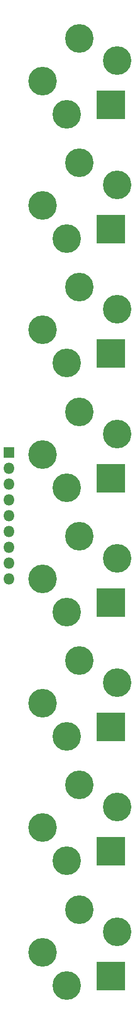
<source format=gbr>
%TF.GenerationSoftware,KiCad,Pcbnew,(5.1.6)-1*%
%TF.CreationDate,2020-06-17T23:21:10-05:00*%
%TF.ProjectId,Euro Playset,4575726f-2050-46c6-9179-7365742e6b69,rev?*%
%TF.SameCoordinates,Original*%
%TF.FileFunction,Soldermask,Top*%
%TF.FilePolarity,Negative*%
%FSLAX46Y46*%
G04 Gerber Fmt 4.6, Leading zero omitted, Abs format (unit mm)*
G04 Created by KiCad (PCBNEW (5.1.6)-1) date 2020-06-17 23:21:10*
%MOMM*%
%LPD*%
G01*
G04 APERTURE LIST*
%ADD10O,1.800000X1.800000*%
%ADD11R,1.800000X1.800000*%
%ADD12R,4.600000X4.600000*%
%ADD13C,4.600000*%
G04 APERTURE END LIST*
D10*
%TO.C,C2*%
X373700000Y-213420000D03*
X373700000Y-210880000D03*
X373700000Y-208340000D03*
X373700000Y-205800000D03*
X373700000Y-203260000D03*
X373700000Y-200720000D03*
X373700000Y-198180000D03*
X373700000Y-195640000D03*
D11*
X373700000Y-193100000D03*
%TD*%
D12*
%TO.C,J16*%
X390184000Y-237252000D03*
D13*
X385104000Y-226584000D03*
X379135000Y-233442000D03*
X391200000Y-230140000D03*
X383072000Y-238776000D03*
%TD*%
D12*
%TO.C,J12*%
X390184000Y-157252000D03*
D13*
X385104000Y-146584000D03*
X379135000Y-153442000D03*
X391200000Y-150140000D03*
X383072000Y-158776000D03*
%TD*%
D12*
%TO.C,J11*%
X390184000Y-137252000D03*
D13*
X385104000Y-126584000D03*
X379135000Y-133442000D03*
X391200000Y-130140000D03*
X383072000Y-138776000D03*
%TD*%
D12*
%TO.C,J15*%
X390184000Y-217252000D03*
D13*
X385104000Y-206584000D03*
X379135000Y-213442000D03*
X391200000Y-210140000D03*
X383072000Y-218776000D03*
%TD*%
D12*
%TO.C,J14*%
X390184000Y-197252000D03*
D13*
X385104000Y-186584000D03*
X379135000Y-193442000D03*
X391200000Y-190140000D03*
X383072000Y-198776000D03*
%TD*%
D12*
%TO.C,J13*%
X390184000Y-177252000D03*
D13*
X385104000Y-166584000D03*
X379135000Y-173442000D03*
X391200000Y-170140000D03*
X383072000Y-178776000D03*
%TD*%
D12*
%TO.C,J18*%
X390184000Y-277252000D03*
D13*
X385104000Y-266584000D03*
X379135000Y-273442000D03*
X391200000Y-270140000D03*
X383072000Y-278776000D03*
%TD*%
D12*
%TO.C,J17*%
X390184000Y-257252000D03*
D13*
X385104000Y-246584000D03*
X379135000Y-253442000D03*
X391200000Y-250140000D03*
X383072000Y-258776000D03*
%TD*%
M02*

</source>
